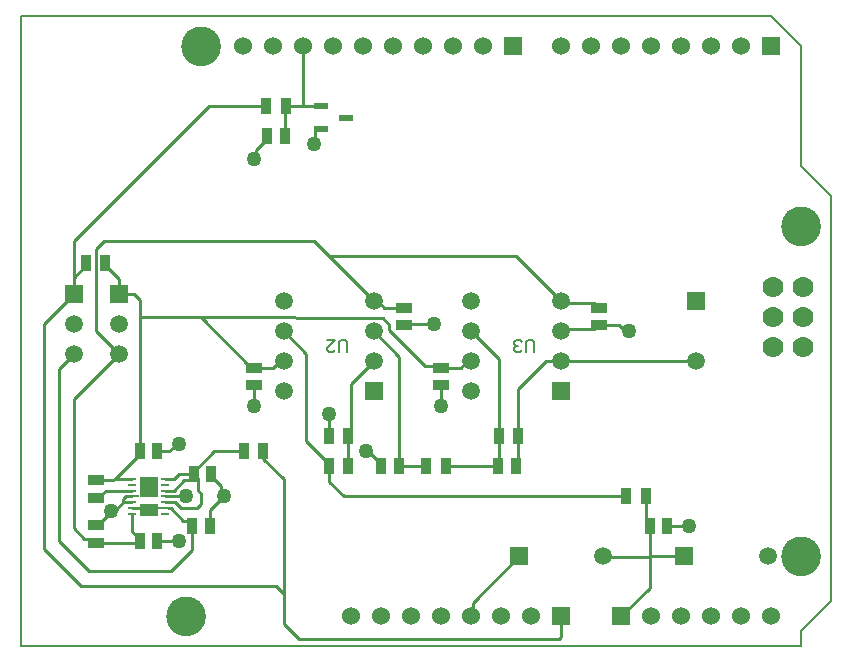
<source format=gtl>
G04*
G04 #@! TF.GenerationSoftware,Altium Limited,Altium Designer,20.0.12 (288)*
G04*
G04 Layer_Physical_Order=1*
G04 Layer_Color=255*
%FSLAX25Y25*%
%MOIN*%
G70*
G01*
G75*
%ADD13C,0.01000*%
%ADD14C,0.00500*%
%ADD16C,0.00700*%
%ADD17R,0.03347X0.05315*%
%ADD18R,0.05315X0.03740*%
%ADD19R,0.03740X0.05315*%
%ADD20R,0.01181X0.00984*%
%ADD21R,0.01968X0.00984*%
%ADD22R,0.06496X0.04213*%
%ADD23R,0.06496X0.07008*%
%ADD24R,0.02756X0.00984*%
%ADD25R,0.05118X0.02362*%
%ADD41R,0.05906X0.05906*%
%ADD42C,0.05906*%
%ADD43R,0.05906X0.05906*%
%ADD44C,0.12598*%
%ADD45R,0.06000X0.06000*%
%ADD46C,0.06000*%
%ADD47C,0.07000*%
%ADD48C,0.05000*%
D13*
X27500Y135000D02*
X97500D01*
X102500Y130000D01*
X17500Y122858D02*
Y135000D01*
Y117500D02*
Y122858D01*
X21633Y126991D01*
Y127975D01*
X32500Y117500D02*
Y122619D01*
X28129Y126991D02*
X32500Y122619D01*
X28129Y126991D02*
Y127975D01*
X25000Y105000D02*
Y132500D01*
X27500Y135000D01*
X39547Y109833D02*
X59833D01*
X180000Y95000D02*
X225000D01*
X175000D02*
X180000D01*
X102500Y70000D02*
Y77500D01*
X120000Y60000D02*
Y60787D01*
X115787Y65000D02*
X120000Y60787D01*
X115000Y65000D02*
X115787D01*
X110000Y87500D02*
X117500Y95000D01*
X108996Y70000D02*
X110000Y71004D01*
Y87500D01*
X108996Y60000D02*
Y70000D01*
X87500Y105000D02*
X95000Y97500D01*
Y68484D02*
Y97500D01*
X102500Y60000D02*
Y60984D01*
X95000Y68484D02*
X102500Y60984D01*
Y60000D02*
X102581Y59919D01*
Y54919D02*
Y59919D01*
X107500Y50000D02*
X200748D01*
X102581Y54919D02*
X107500Y50000D01*
X62661Y109833D02*
X120589Y109326D01*
X122711Y107204D01*
Y105329D02*
Y107204D01*
Y105329D02*
X134553Y93487D01*
X139466D01*
X140000Y92953D01*
X117500Y105000D02*
X125906Y96595D01*
Y60000D02*
Y96595D01*
X59833Y109833D02*
X62661D01*
X125906Y60000D02*
X135000D01*
X64213Y65000D02*
X74338D01*
X57500Y58287D02*
X64213Y65000D01*
X87500Y17500D02*
Y55748D01*
X80748Y62500D02*
X87500Y55748D01*
X215453Y40000D02*
X222500D01*
X209774Y30000D02*
X221024D01*
X209547Y29774D02*
X209774Y30000D01*
X209547Y29774D02*
Y40000D01*
Y19547D02*
Y29774D01*
X193976Y30000D02*
X194203Y29774D01*
X209547D01*
X200000Y10000D02*
X209547Y19547D01*
X208248Y41299D02*
Y50000D01*
Y41299D02*
X209547Y40000D01*
X150000Y10000D02*
X150524Y10524D01*
Y14500D01*
X166024Y30000D01*
X49970Y45987D02*
X54066Y41890D01*
X49262Y45987D02*
X49970D01*
X36988Y46063D02*
X41831D01*
X42500Y45394D01*
X35000Y50000D02*
X36988D01*
X34150Y49150D02*
X35000Y50000D01*
X34150Y48031D02*
Y49150D01*
X192500Y107047D02*
X199370D01*
X201418Y105000D01*
X202500D01*
X127500Y107047D02*
X127953Y107500D01*
X137500D01*
X45453Y65000D02*
X49343D01*
X51843Y67500D01*
X52500D01*
X62953Y40000D02*
Y45453D01*
X67500Y50000D01*
X63406Y56713D02*
Y57500D01*
Y56713D02*
X66735Y53383D01*
Y50765D02*
Y53383D01*
Y50765D02*
X67500Y50000D01*
X57500Y57500D02*
Y58287D01*
X34150Y48031D02*
X36988D01*
X31883Y45765D02*
X34150Y48031D01*
X30765Y45765D02*
X31883D01*
X30000Y45000D02*
X30765Y45765D01*
X25000Y40453D02*
X25787D01*
X30000Y44665D01*
Y45000D01*
X60000Y47500D02*
Y50856D01*
X53385Y46100D02*
X58600D01*
X60000Y47500D01*
X58870Y51986D02*
X60000Y50856D01*
X58870Y51986D02*
Y56130D01*
X57500Y57500D02*
X58870Y56130D01*
X48890Y46063D02*
X49186D01*
X54066Y41890D02*
X55677D01*
X57047Y40520D01*
Y34983D02*
Y40520D01*
X49186Y46063D02*
X49262Y45987D01*
X39094Y34547D02*
Y36240D01*
X36988Y38346D02*
Y44094D01*
Y38346D02*
X39094Y36240D01*
X25453Y34547D02*
X39094D01*
X24083Y35917D02*
X25453Y34547D01*
X21083Y35917D02*
X24083D01*
X17500Y39500D02*
X21083Y35917D01*
X17500Y39500D02*
Y82500D01*
X50000Y25000D02*
X57086Y32086D01*
X57047Y34983D02*
X57086Y34945D01*
Y32086D02*
Y34945D01*
X45453Y35000D02*
X52500D01*
Y57500D02*
X57500D01*
X48012Y55905D02*
X50906D01*
X52500Y57500D01*
X48012Y51968D02*
X50890D01*
X54264Y55343D01*
X56130D01*
X57500Y56713D01*
Y57500D01*
X51453Y48031D02*
X53385Y46100D01*
X48012Y48031D02*
X51453D01*
X48012Y50000D02*
X55000D01*
X28209Y51968D02*
X36988D01*
X25787Y49547D02*
X28209Y51968D01*
X25000Y49547D02*
X25787D01*
X31240Y55905D02*
X39547Y64213D01*
X31240Y55905D02*
X36988D01*
X30787Y55453D02*
X31240Y55905D01*
X25000Y55453D02*
X30787D01*
X37500Y117500D02*
X39547Y115453D01*
Y109833D02*
Y115453D01*
X32500Y117500D02*
X37500D01*
X39547Y65000D02*
Y109833D01*
X59833D02*
X76713Y92953D01*
X165000Y130000D02*
X180000Y115000D01*
X102500Y130000D02*
X165000D01*
X102500D02*
X117500Y115000D01*
X25000Y105000D02*
X32500Y97500D01*
X76713Y92953D02*
X77500D01*
X39547Y64213D02*
Y65000D01*
X17500Y82500D02*
X32500Y97500D01*
X12500Y35000D02*
Y92500D01*
Y35000D02*
X22500Y25000D01*
X50000D01*
X85000Y20000D02*
X87500Y17500D01*
X7500Y32500D02*
Y107500D01*
Y32500D02*
X20000Y20000D01*
X85000D01*
X12500Y92500D02*
X17500Y97500D01*
X87500Y7500D02*
Y17500D01*
Y7500D02*
X92500Y2500D01*
X7500Y107500D02*
X17500Y117500D01*
X62500Y180000D02*
X81752D01*
X17500Y135000D02*
X62500Y180000D01*
X92500Y2500D02*
X179414D01*
X180000Y3086D02*
Y10000D01*
X179414Y2500D02*
X180000Y3086D01*
X140000Y80000D02*
Y87047D01*
X77500Y80000D02*
Y87047D01*
X180000Y105000D02*
X180677Y105677D01*
X191130D01*
X192500Y107047D01*
X180000Y115000D02*
X180677Y114323D01*
X191130D01*
X192500Y112953D01*
X77500Y92953D02*
X84125D01*
X86173Y95000D01*
X87500D01*
X141496Y60000D02*
X159095D01*
X120875Y112953D02*
X127500D01*
X118827Y115000D02*
X120875Y112953D01*
X117500Y115000D02*
X118827D01*
X140000Y92953D02*
X146625D01*
X148673Y95000D01*
X150000D01*
X159252Y60158D02*
Y70000D01*
X159095Y60000D02*
X159252Y60158D01*
X165748Y60748D02*
Y70000D01*
X165000Y60000D02*
X165748Y60748D01*
Y70000D02*
Y85748D01*
X175000Y95000D01*
X150000Y105000D02*
X159252Y95748D01*
Y70000D02*
Y95748D01*
X98622Y172520D02*
X100000D01*
X97941Y171839D02*
X98622Y172520D01*
X97941Y167941D02*
Y171839D01*
X97500Y167500D02*
X97941Y167941D01*
X82047Y169213D02*
Y170000D01*
X78265Y165431D02*
X82047Y169213D01*
X78265Y163265D02*
Y165431D01*
X77500Y162500D02*
X78265Y163265D01*
X87953Y170000D02*
Y179705D01*
X88248Y180000D01*
X94124D02*
X100000D01*
X88248D02*
X94124D01*
X94000Y200000D02*
X94124Y199876D01*
Y180000D02*
Y199876D01*
D14*
X266299Y140000D02*
G03*
X266299Y140000I-6299J0D01*
G01*
X61299Y10000D02*
G03*
X61299Y10000I-6299J0D01*
G01*
X266299Y30000D02*
G03*
X266299Y30000I-6299J0D01*
G01*
X66299Y200000D02*
G03*
X66299Y200000I-6299J0D01*
G01*
X0Y210000D02*
X250000D01*
X0Y0D02*
X260000D01*
X0D02*
Y210000D01*
X250000D02*
X260000Y200000D01*
Y160000D02*
Y200000D01*
Y160000D02*
X270000Y150000D01*
Y15000D02*
Y150000D01*
X260000Y5000D02*
X270000Y15000D01*
X260000Y0D02*
Y5000D01*
D16*
X171000Y98001D02*
Y101334D01*
X170334Y102000D01*
X169001D01*
X168334Y101334D01*
Y98001D01*
X167001Y98668D02*
X166335Y98001D01*
X165002D01*
X164336Y98668D01*
Y99334D01*
X165002Y100001D01*
X165668D01*
X165002D01*
X164336Y100667D01*
Y101334D01*
X165002Y102000D01*
X166335D01*
X167001Y101334D01*
X108500Y98001D02*
Y101334D01*
X107834Y102000D01*
X106501D01*
X105834Y101334D01*
Y98001D01*
X101836Y102000D02*
X104501D01*
X101836Y99334D01*
Y98668D01*
X102502Y98001D01*
X103835D01*
X104501Y98668D01*
D17*
X28129Y127975D02*
D03*
X21633D02*
D03*
X102500Y70000D02*
D03*
X108996D02*
D03*
X74252Y65000D02*
D03*
X80748D02*
D03*
X208248Y50000D02*
D03*
X201752D02*
D03*
X88248Y180000D02*
D03*
X81752D02*
D03*
X165748Y70000D02*
D03*
X159252D02*
D03*
X108996Y60000D02*
D03*
X102500D02*
D03*
X141496D02*
D03*
X135000D02*
D03*
D18*
X127500Y107047D02*
D03*
Y112953D02*
D03*
X140000Y87047D02*
D03*
Y92953D02*
D03*
X192500Y107047D02*
D03*
Y112953D02*
D03*
X25000Y55453D02*
D03*
Y49547D02*
D03*
Y34547D02*
D03*
Y40453D02*
D03*
X77500Y92953D02*
D03*
Y87047D02*
D03*
D19*
X215453Y40000D02*
D03*
X209547D02*
D03*
X39547Y35000D02*
D03*
X45453D02*
D03*
X57500Y57500D02*
D03*
X63406D02*
D03*
X57047Y40000D02*
D03*
X62953D02*
D03*
X87953Y170000D02*
D03*
X82047D02*
D03*
X159095Y60000D02*
D03*
X165000D02*
D03*
X125906D02*
D03*
X120000D02*
D03*
X39547Y65000D02*
D03*
X45453D02*
D03*
D20*
X38681Y50000D02*
D03*
D21*
X46043Y46063D02*
D03*
D22*
X42500Y45394D02*
D03*
D23*
Y53012D02*
D03*
D24*
X48012Y55905D02*
D03*
Y53937D02*
D03*
Y51968D02*
D03*
Y50000D02*
D03*
Y48031D02*
D03*
Y46063D02*
D03*
Y44094D02*
D03*
X36988D02*
D03*
Y46063D02*
D03*
Y48031D02*
D03*
Y50000D02*
D03*
Y51968D02*
D03*
Y53937D02*
D03*
Y55905D02*
D03*
D25*
X100000Y180000D02*
D03*
Y172520D02*
D03*
X108268Y176260D02*
D03*
D41*
X225000Y115000D02*
D03*
X32500Y117500D02*
D03*
X17500D02*
D03*
D42*
X225000Y95000D02*
D03*
X32500Y97500D02*
D03*
Y107500D02*
D03*
X17500Y97500D02*
D03*
Y107500D02*
D03*
X193976Y30000D02*
D03*
X248976D02*
D03*
X180000Y95000D02*
D03*
Y105000D02*
D03*
Y115000D02*
D03*
X150000Y85000D02*
D03*
Y95000D02*
D03*
Y105000D02*
D03*
Y115000D02*
D03*
X117500Y95000D02*
D03*
Y105000D02*
D03*
Y115000D02*
D03*
X87500Y85000D02*
D03*
Y95000D02*
D03*
Y105000D02*
D03*
Y115000D02*
D03*
D43*
X166024Y30000D02*
D03*
X221024D02*
D03*
X180000Y85000D02*
D03*
X117500D02*
D03*
D44*
X260000Y30000D02*
D03*
Y140000D02*
D03*
X55000Y10000D02*
D03*
X60000Y200000D02*
D03*
D45*
X200000Y10000D02*
D03*
X164000Y200000D02*
D03*
X250000D02*
D03*
X180000Y10000D02*
D03*
D46*
X210000D02*
D03*
X220000D02*
D03*
X230000D02*
D03*
X240000D02*
D03*
X250000D02*
D03*
X154000Y200000D02*
D03*
X144000D02*
D03*
X134000D02*
D03*
X124000D02*
D03*
X114000D02*
D03*
X104000D02*
D03*
X94000D02*
D03*
X84000D02*
D03*
X74000D02*
D03*
X220000D02*
D03*
X210000D02*
D03*
X200000D02*
D03*
X190000D02*
D03*
X180000D02*
D03*
X240000D02*
D03*
X230000D02*
D03*
X150000Y10000D02*
D03*
X140000D02*
D03*
X130000D02*
D03*
X120000D02*
D03*
X110000D02*
D03*
X170000D02*
D03*
X160000D02*
D03*
D47*
X250551Y119803D02*
D03*
X260551D02*
D03*
X250551Y109803D02*
D03*
X260551D02*
D03*
X250551Y99803D02*
D03*
X260551D02*
D03*
D48*
X115000Y65000D02*
D03*
X102500Y77500D02*
D03*
X222500Y40000D02*
D03*
X202500Y105000D02*
D03*
X137500Y107500D02*
D03*
X52500Y67500D02*
D03*
X67500Y50000D02*
D03*
X30000Y45000D02*
D03*
X52500Y35000D02*
D03*
X55000Y50000D02*
D03*
X140000Y80000D02*
D03*
X77500D02*
D03*
X97500Y167500D02*
D03*
X77500Y162500D02*
D03*
M02*

</source>
